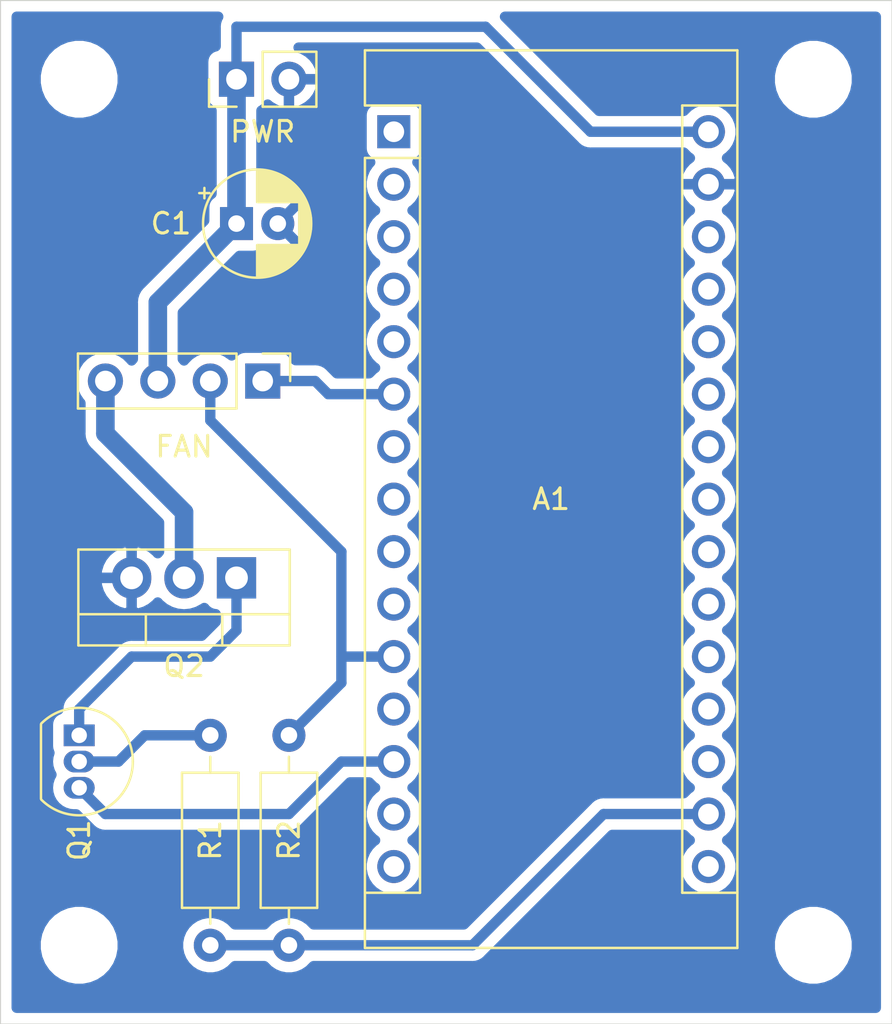
<source format=kicad_pcb>
(kicad_pcb (version 20171130) (host pcbnew 5.1.9-73d0e3b20d~88~ubuntu20.04.1)

  (general
    (thickness 1.6)
    (drawings 4)
    (tracks 35)
    (zones 0)
    (modules 12)
    (nets 34)
  )

  (page A4)
  (layers
    (0 F.Cu signal)
    (31 B.Cu signal)
    (32 B.Adhes user)
    (33 F.Adhes user)
    (34 B.Paste user)
    (35 F.Paste user)
    (36 B.SilkS user)
    (37 F.SilkS user)
    (38 B.Mask user)
    (39 F.Mask user)
    (40 Dwgs.User user)
    (41 Cmts.User user)
    (42 Eco1.User user)
    (43 Eco2.User user)
    (44 Edge.Cuts user)
    (45 Margin user)
    (46 B.CrtYd user)
    (47 F.CrtYd user)
    (48 B.Fab user)
    (49 F.Fab user)
  )

  (setup
    (last_trace_width 0.25)
    (user_trace_width 0.5)
    (user_trace_width 0.9)
    (trace_clearance 0.2)
    (zone_clearance 0.508)
    (zone_45_only no)
    (trace_min 0.25)
    (via_size 0.8)
    (via_drill 0.4)
    (via_min_size 0.4)
    (via_min_drill 0.3)
    (uvia_size 0.3)
    (uvia_drill 0.1)
    (uvias_allowed no)
    (uvia_min_size 0.2)
    (uvia_min_drill 0.1)
    (edge_width 0.05)
    (segment_width 0.2)
    (pcb_text_width 0.3)
    (pcb_text_size 1.5 1.5)
    (mod_edge_width 0.12)
    (mod_text_size 1 1)
    (mod_text_width 0.15)
    (pad_size 5 5)
    (pad_drill 2.5)
    (pad_to_mask_clearance 0)
    (aux_axis_origin 0 0)
    (visible_elements FFFFFF7F)
    (pcbplotparams
      (layerselection 0x010fc_ffffffff)
      (usegerberextensions false)
      (usegerberattributes true)
      (usegerberadvancedattributes true)
      (creategerberjobfile true)
      (excludeedgelayer true)
      (linewidth 0.100000)
      (plotframeref false)
      (viasonmask false)
      (mode 1)
      (useauxorigin false)
      (hpglpennumber 1)
      (hpglpenspeed 20)
      (hpglpendiameter 15.000000)
      (psnegative false)
      (psa4output false)
      (plotreference true)
      (plotvalue true)
      (plotinvisibletext false)
      (padsonsilk false)
      (subtractmaskfromsilk false)
      (outputformat 1)
      (mirror false)
      (drillshape 1)
      (scaleselection 1)
      (outputdirectory ""))
  )

  (net 0 "")
  (net 1 "Net-(A1-Pad1)")
  (net 2 +3V3)
  (net 3 "Net-(A1-Pad2)")
  (net 4 "Net-(A1-Pad18)")
  (net 5 "Net-(A1-Pad3)")
  (net 6 "Net-(A1-Pad19)")
  (net 7 "Net-(A1-Pad4)")
  (net 8 "Net-(A1-Pad20)")
  (net 9 "Net-(A1-Pad5)")
  (net 10 "Net-(A1-Pad21)")
  (net 11 /PWM)
  (net 12 "Net-(A1-Pad22)")
  (net 13 "Net-(A1-Pad7)")
  (net 14 "Net-(A1-Pad23)")
  (net 15 "Net-(A1-Pad8)")
  (net 16 "Net-(A1-Pad24)")
  (net 17 "Net-(A1-Pad9)")
  (net 18 "Net-(A1-Pad25)")
  (net 19 "Net-(A1-Pad10)")
  (net 20 "Net-(A1-Pad26)")
  (net 21 /TACH)
  (net 22 "Net-(A1-Pad27)")
  (net 23 "Net-(A1-Pad12)")
  (net 24 "Net-(A1-Pad28)")
  (net 25 "Net-(A1-Pad13)")
  (net 26 GND)
  (net 27 "Net-(A1-Pad14)")
  (net 28 +12V)
  (net 29 "Net-(A1-Pad15)")
  (net 30 "Net-(A1-Pad16)")
  (net 31 "Net-(Q1-Pad2)")
  (net 32 "Net-(Q1-Pad1)")
  (net 33 /FAN_GND)

  (net_class Default "This is the default net class."
    (clearance 0.2)
    (trace_width 0.25)
    (via_dia 0.8)
    (via_drill 0.4)
    (uvia_dia 0.3)
    (uvia_drill 0.1)
    (add_net +12V)
    (add_net +3V3)
    (add_net /FAN_GND)
    (add_net /PWM)
    (add_net /TACH)
    (add_net GND)
    (add_net "Net-(A1-Pad1)")
    (add_net "Net-(A1-Pad10)")
    (add_net "Net-(A1-Pad12)")
    (add_net "Net-(A1-Pad13)")
    (add_net "Net-(A1-Pad14)")
    (add_net "Net-(A1-Pad15)")
    (add_net "Net-(A1-Pad16)")
    (add_net "Net-(A1-Pad18)")
    (add_net "Net-(A1-Pad19)")
    (add_net "Net-(A1-Pad2)")
    (add_net "Net-(A1-Pad20)")
    (add_net "Net-(A1-Pad21)")
    (add_net "Net-(A1-Pad22)")
    (add_net "Net-(A1-Pad23)")
    (add_net "Net-(A1-Pad24)")
    (add_net "Net-(A1-Pad25)")
    (add_net "Net-(A1-Pad26)")
    (add_net "Net-(A1-Pad27)")
    (add_net "Net-(A1-Pad28)")
    (add_net "Net-(A1-Pad3)")
    (add_net "Net-(A1-Pad4)")
    (add_net "Net-(A1-Pad5)")
    (add_net "Net-(A1-Pad7)")
    (add_net "Net-(A1-Pad8)")
    (add_net "Net-(A1-Pad9)")
    (add_net "Net-(Q1-Pad1)")
    (add_net "Net-(Q1-Pad2)")
  )

  (module Connector_PinHeader_2.54mm:PinHeader_1x02_P2.54mm_Vertical (layer F.Cu) (tedit 59FED5CC) (tstamp 6063D604)
    (at 88.9 71.12 90)
    (descr "Through hole straight pin header, 1x02, 2.54mm pitch, single row")
    (tags "Through hole pin header THT 1x02 2.54mm single row")
    (path /606689C5)
    (fp_text reference PWR (at -2.54 1.27 180) (layer F.SilkS)
      (effects (font (size 1 1) (thickness 0.15)))
    )
    (fp_text value Conn_01x02_Male (at -2.54 0 180) (layer F.Fab) hide
      (effects (font (size 1 1) (thickness 0.15)))
    )
    (fp_line (start -0.635 -1.27) (end 1.27 -1.27) (layer F.Fab) (width 0.1))
    (fp_line (start 1.27 -1.27) (end 1.27 3.81) (layer F.Fab) (width 0.1))
    (fp_line (start 1.27 3.81) (end -1.27 3.81) (layer F.Fab) (width 0.1))
    (fp_line (start -1.27 3.81) (end -1.27 -0.635) (layer F.Fab) (width 0.1))
    (fp_line (start -1.27 -0.635) (end -0.635 -1.27) (layer F.Fab) (width 0.1))
    (fp_line (start -1.33 3.87) (end 1.33 3.87) (layer F.SilkS) (width 0.12))
    (fp_line (start -1.33 1.27) (end -1.33 3.87) (layer F.SilkS) (width 0.12))
    (fp_line (start 1.33 1.27) (end 1.33 3.87) (layer F.SilkS) (width 0.12))
    (fp_line (start -1.33 1.27) (end 1.33 1.27) (layer F.SilkS) (width 0.12))
    (fp_line (start -1.33 0) (end -1.33 -1.33) (layer F.SilkS) (width 0.12))
    (fp_line (start -1.33 -1.33) (end 0 -1.33) (layer F.SilkS) (width 0.12))
    (fp_line (start -1.8 -1.8) (end -1.8 4.35) (layer F.CrtYd) (width 0.05))
    (fp_line (start -1.8 4.35) (end 1.8 4.35) (layer F.CrtYd) (width 0.05))
    (fp_line (start 1.8 4.35) (end 1.8 -1.8) (layer F.CrtYd) (width 0.05))
    (fp_line (start 1.8 -1.8) (end -1.8 -1.8) (layer F.CrtYd) (width 0.05))
    (pad 1 thru_hole rect (at 0 0 90) (size 1.7 1.7) (drill 1) (layers *.Cu *.Mask)
      (net 28 +12V))
    (pad 2 thru_hole oval (at 0 2.54 90) (size 1.7 1.7) (drill 1) (layers *.Cu *.Mask)
      (net 26 GND))
    (model ${KISYS3DMOD}/Connector_PinHeader_2.54mm.3dshapes/PinHeader_1x02_P2.54mm_Vertical.wrl
      (at (xyz 0 0 0))
      (scale (xyz 1 1 1))
      (rotate (xyz 0 0 0))
    )
  )

  (module MountingHole:MountingHole_2.7mm_M2.5 (layer F.Cu) (tedit 56D1B4CB) (tstamp 6063F6DD)
    (at 116.84 113.03)
    (descr "Mounting Hole 2.7mm, no annular, M2.5")
    (tags "mounting hole 2.7mm no annular m2.5")
    (attr virtual)
    (fp_text reference REF** (at 0 -3.81) (layer F.SilkS) hide
      (effects (font (size 1 1) (thickness 0.15)))
    )
    (fp_text value MountingHole_2.7mm_M2.5 (at 0 5.08) (layer F.Fab) hide
      (effects (font (size 1 1) (thickness 0.15)))
    )
    (fp_circle (center 0 0) (end 2.95 0) (layer F.CrtYd) (width 0.05))
    (fp_circle (center 0 0) (end 2.7 0) (layer Cmts.User) (width 0.15))
    (pad 1 np_thru_hole circle (at 0 0) (size 2.7 2.7) (drill 2.7) (layers *.Cu *.Mask))
  )

  (module MountingHole:MountingHole_2.7mm_M2.5 (layer F.Cu) (tedit 56D1B4CB) (tstamp 6063EA16)
    (at 81.28 113.03)
    (descr "Mounting Hole 2.7mm, no annular, M2.5")
    (tags "mounting hole 2.7mm no annular m2.5")
    (attr virtual)
    (fp_text reference REF** (at 0 -3.81) (layer F.SilkS) hide
      (effects (font (size 1 1) (thickness 0.15)))
    )
    (fp_text value MountingHole_2.7mm_M2.5 (at 0 5.08) (layer F.Fab) hide
      (effects (font (size 1 1) (thickness 0.15)))
    )
    (fp_circle (center 0 0) (end 2.95 0) (layer F.CrtYd) (width 0.05))
    (fp_circle (center 0 0) (end 2.7 0) (layer Cmts.User) (width 0.15))
    (pad 1 np_thru_hole circle (at 0 0) (size 2.7 2.7) (drill 2.7) (layers *.Cu *.Mask))
  )

  (module MountingHole:MountingHole_2.7mm_M2.5 (layer F.Cu) (tedit 56D1B4CB) (tstamp 6063EA16)
    (at 81.28 71.12)
    (descr "Mounting Hole 2.7mm, no annular, M2.5")
    (tags "mounting hole 2.7mm no annular m2.5")
    (attr virtual)
    (fp_text reference REF** (at 0 5.08) (layer F.SilkS) hide
      (effects (font (size 1 1) (thickness 0.15)))
    )
    (fp_text value MountingHole_2.7mm_M2.5 (at 0 -5.19) (layer F.Fab) hide
      (effects (font (size 1 1) (thickness 0.15)))
    )
    (fp_circle (center 0 0) (end 2.95 0) (layer F.CrtYd) (width 0.05))
    (fp_circle (center 0 0) (end 2.7 0) (layer Cmts.User) (width 0.15))
    (pad 1 np_thru_hole circle (at 0 0) (size 2.7 2.7) (drill 2.7) (layers *.Cu *.Mask))
  )

  (module MountingHole:MountingHole_2.7mm_M2.5 (layer F.Cu) (tedit 56D1B4CB) (tstamp 6063E9AD)
    (at 116.84 71.12)
    (descr "Mounting Hole 2.7mm, no annular, M2.5")
    (tags "mounting hole 2.7mm no annular m2.5")
    (attr virtual)
    (fp_text reference REF** (at 0 5.08) (layer F.SilkS) hide
      (effects (font (size 1 1) (thickness 0.15)))
    )
    (fp_text value MountingHole_2.7mm_M2.5 (at 0 -5.19) (layer F.Fab) hide
      (effects (font (size 1 1) (thickness 0.15)))
    )
    (fp_circle (center 0 0) (end 2.95 0) (layer F.CrtYd) (width 0.05))
    (fp_circle (center 0 0) (end 2.7 0) (layer Cmts.User) (width 0.15))
    (pad 1 np_thru_hole circle (at 0 0) (size 2.7 2.7) (drill 2.7) (layers *.Cu *.Mask))
  )

  (module Resistor_THT:R_Axial_DIN0207_L6.3mm_D2.5mm_P10.16mm_Horizontal (layer F.Cu) (tedit 5AE5139B) (tstamp 6063CDC1)
    (at 87.63 113.03 90)
    (descr "Resistor, Axial_DIN0207 series, Axial, Horizontal, pin pitch=10.16mm, 0.25W = 1/4W, length*diameter=6.3*2.5mm^2, http://cdn-reichelt.de/documents/datenblatt/B400/1_4W%23YAG.pdf")
    (tags "Resistor Axial_DIN0207 series Axial Horizontal pin pitch 10.16mm 0.25W = 1/4W length 6.3mm diameter 2.5mm")
    (path /6062C06D)
    (fp_text reference R1 (at 5.08 0 90) (layer F.SilkS)
      (effects (font (size 1 1) (thickness 0.15)))
    )
    (fp_text value 10k (at 5.08 2.37 90) (layer F.Fab)
      (effects (font (size 1 1) (thickness 0.15)))
    )
    (fp_line (start 11.21 -1.5) (end -1.05 -1.5) (layer F.CrtYd) (width 0.05))
    (fp_line (start 11.21 1.5) (end 11.21 -1.5) (layer F.CrtYd) (width 0.05))
    (fp_line (start -1.05 1.5) (end 11.21 1.5) (layer F.CrtYd) (width 0.05))
    (fp_line (start -1.05 -1.5) (end -1.05 1.5) (layer F.CrtYd) (width 0.05))
    (fp_line (start 9.12 0) (end 8.35 0) (layer F.SilkS) (width 0.12))
    (fp_line (start 1.04 0) (end 1.81 0) (layer F.SilkS) (width 0.12))
    (fp_line (start 8.35 -1.37) (end 1.81 -1.37) (layer F.SilkS) (width 0.12))
    (fp_line (start 8.35 1.37) (end 8.35 -1.37) (layer F.SilkS) (width 0.12))
    (fp_line (start 1.81 1.37) (end 8.35 1.37) (layer F.SilkS) (width 0.12))
    (fp_line (start 1.81 -1.37) (end 1.81 1.37) (layer F.SilkS) (width 0.12))
    (fp_line (start 10.16 0) (end 8.23 0) (layer F.Fab) (width 0.1))
    (fp_line (start 0 0) (end 1.93 0) (layer F.Fab) (width 0.1))
    (fp_line (start 8.23 -1.25) (end 1.93 -1.25) (layer F.Fab) (width 0.1))
    (fp_line (start 8.23 1.25) (end 8.23 -1.25) (layer F.Fab) (width 0.1))
    (fp_line (start 1.93 1.25) (end 8.23 1.25) (layer F.Fab) (width 0.1))
    (fp_line (start 1.93 -1.25) (end 1.93 1.25) (layer F.Fab) (width 0.1))
    (pad 2 thru_hole oval (at 10.16 0 90) (size 1.6 1.6) (drill 0.8) (layers *.Cu *.Mask)
      (net 31 "Net-(Q1-Pad2)"))
    (pad 1 thru_hole circle (at 0 0 90) (size 1.6 1.6) (drill 0.8) (layers *.Cu *.Mask)
      (net 2 +3V3))
    (model ${KISYS3DMOD}/Resistor_THT.3dshapes/R_Axial_DIN0207_L6.3mm_D2.5mm_P10.16mm_Horizontal.wrl
      (at (xyz 0 0 0))
      (scale (xyz 1 1 1))
      (rotate (xyz 0 0 0))
    )
  )

  (module Module:Arduino_Nano (layer F.Cu) (tedit 58ACAF70) (tstamp 6062C586)
    (at 96.52 73.66)
    (descr "Arduino Nano, http://www.mouser.com/pdfdocs/Gravitech_Arduino_Nano3_0.pdf")
    (tags "Arduino Nano")
    (path /60625FF1)
    (fp_text reference A1 (at 7.62 17.78) (layer F.SilkS)
      (effects (font (size 1 1) (thickness 0.15)))
    )
    (fp_text value Arduino_Nano_v2.x (at 8.89 -2.54 180) (layer F.Fab) hide
      (effects (font (size 1 1) (thickness 0.15)))
    )
    (fp_line (start 1.27 1.27) (end 1.27 -1.27) (layer F.SilkS) (width 0.12))
    (fp_line (start 1.27 -1.27) (end -1.4 -1.27) (layer F.SilkS) (width 0.12))
    (fp_line (start -1.4 1.27) (end -1.4 39.5) (layer F.SilkS) (width 0.12))
    (fp_line (start -1.4 -3.94) (end -1.4 -1.27) (layer F.SilkS) (width 0.12))
    (fp_line (start 13.97 -1.27) (end 16.64 -1.27) (layer F.SilkS) (width 0.12))
    (fp_line (start 13.97 -1.27) (end 13.97 36.83) (layer F.SilkS) (width 0.12))
    (fp_line (start 13.97 36.83) (end 16.64 36.83) (layer F.SilkS) (width 0.12))
    (fp_line (start 1.27 1.27) (end -1.4 1.27) (layer F.SilkS) (width 0.12))
    (fp_line (start 1.27 1.27) (end 1.27 36.83) (layer F.SilkS) (width 0.12))
    (fp_line (start 1.27 36.83) (end -1.4 36.83) (layer F.SilkS) (width 0.12))
    (fp_line (start 3.81 31.75) (end 11.43 31.75) (layer F.Fab) (width 0.1))
    (fp_line (start 11.43 31.75) (end 11.43 41.91) (layer F.Fab) (width 0.1))
    (fp_line (start 11.43 41.91) (end 3.81 41.91) (layer F.Fab) (width 0.1))
    (fp_line (start 3.81 41.91) (end 3.81 31.75) (layer F.Fab) (width 0.1))
    (fp_line (start -1.4 39.5) (end 16.64 39.5) (layer F.SilkS) (width 0.12))
    (fp_line (start 16.64 39.5) (end 16.64 -3.94) (layer F.SilkS) (width 0.12))
    (fp_line (start 16.64 -3.94) (end -1.4 -3.94) (layer F.SilkS) (width 0.12))
    (fp_line (start 16.51 39.37) (end -1.27 39.37) (layer F.Fab) (width 0.1))
    (fp_line (start -1.27 39.37) (end -1.27 -2.54) (layer F.Fab) (width 0.1))
    (fp_line (start -1.27 -2.54) (end 0 -3.81) (layer F.Fab) (width 0.1))
    (fp_line (start 0 -3.81) (end 16.51 -3.81) (layer F.Fab) (width 0.1))
    (fp_line (start 16.51 -3.81) (end 16.51 39.37) (layer F.Fab) (width 0.1))
    (fp_line (start -1.53 -4.06) (end 16.75 -4.06) (layer F.CrtYd) (width 0.05))
    (fp_line (start -1.53 -4.06) (end -1.53 42.16) (layer F.CrtYd) (width 0.05))
    (fp_line (start 16.75 42.16) (end 16.75 -4.06) (layer F.CrtYd) (width 0.05))
    (fp_line (start 16.75 42.16) (end -1.53 42.16) (layer F.CrtYd) (width 0.05))
    (pad 1 thru_hole rect (at 0 0) (size 1.6 1.6) (drill 1) (layers *.Cu *.Mask)
      (net 1 "Net-(A1-Pad1)"))
    (pad 17 thru_hole oval (at 15.24 33.02) (size 1.6 1.6) (drill 1) (layers *.Cu *.Mask)
      (net 2 +3V3))
    (pad 2 thru_hole oval (at 0 2.54) (size 1.6 1.6) (drill 1) (layers *.Cu *.Mask)
      (net 3 "Net-(A1-Pad2)"))
    (pad 18 thru_hole oval (at 15.24 30.48) (size 1.6 1.6) (drill 1) (layers *.Cu *.Mask)
      (net 4 "Net-(A1-Pad18)"))
    (pad 3 thru_hole oval (at 0 5.08) (size 1.6 1.6) (drill 1) (layers *.Cu *.Mask)
      (net 5 "Net-(A1-Pad3)"))
    (pad 19 thru_hole oval (at 15.24 27.94) (size 1.6 1.6) (drill 1) (layers *.Cu *.Mask)
      (net 6 "Net-(A1-Pad19)"))
    (pad 4 thru_hole oval (at 0 7.62) (size 1.6 1.6) (drill 1) (layers *.Cu *.Mask)
      (net 7 "Net-(A1-Pad4)"))
    (pad 20 thru_hole oval (at 15.24 25.4) (size 1.6 1.6) (drill 1) (layers *.Cu *.Mask)
      (net 8 "Net-(A1-Pad20)"))
    (pad 5 thru_hole oval (at 0 10.16) (size 1.6 1.6) (drill 1) (layers *.Cu *.Mask)
      (net 9 "Net-(A1-Pad5)"))
    (pad 21 thru_hole oval (at 15.24 22.86) (size 1.6 1.6) (drill 1) (layers *.Cu *.Mask)
      (net 10 "Net-(A1-Pad21)"))
    (pad 6 thru_hole oval (at 0 12.7) (size 1.6 1.6) (drill 1) (layers *.Cu *.Mask)
      (net 11 /PWM))
    (pad 22 thru_hole oval (at 15.24 20.32) (size 1.6 1.6) (drill 1) (layers *.Cu *.Mask)
      (net 12 "Net-(A1-Pad22)"))
    (pad 7 thru_hole oval (at 0 15.24) (size 1.6 1.6) (drill 1) (layers *.Cu *.Mask)
      (net 13 "Net-(A1-Pad7)"))
    (pad 23 thru_hole oval (at 15.24 17.78) (size 1.6 1.6) (drill 1) (layers *.Cu *.Mask)
      (net 14 "Net-(A1-Pad23)"))
    (pad 8 thru_hole oval (at 0 17.78) (size 1.6 1.6) (drill 1) (layers *.Cu *.Mask)
      (net 15 "Net-(A1-Pad8)"))
    (pad 24 thru_hole oval (at 15.24 15.24) (size 1.6 1.6) (drill 1) (layers *.Cu *.Mask)
      (net 16 "Net-(A1-Pad24)"))
    (pad 9 thru_hole oval (at 0 20.32) (size 1.6 1.6) (drill 1) (layers *.Cu *.Mask)
      (net 17 "Net-(A1-Pad9)"))
    (pad 25 thru_hole oval (at 15.24 12.7) (size 1.6 1.6) (drill 1) (layers *.Cu *.Mask)
      (net 18 "Net-(A1-Pad25)"))
    (pad 10 thru_hole oval (at 0 22.86) (size 1.6 1.6) (drill 1) (layers *.Cu *.Mask)
      (net 19 "Net-(A1-Pad10)"))
    (pad 26 thru_hole oval (at 15.24 10.16) (size 1.6 1.6) (drill 1) (layers *.Cu *.Mask)
      (net 20 "Net-(A1-Pad26)"))
    (pad 11 thru_hole oval (at 0 25.4) (size 1.6 1.6) (drill 1) (layers *.Cu *.Mask)
      (net 21 /TACH))
    (pad 27 thru_hole oval (at 15.24 7.62) (size 1.6 1.6) (drill 1) (layers *.Cu *.Mask)
      (net 22 "Net-(A1-Pad27)"))
    (pad 12 thru_hole oval (at 0 27.94) (size 1.6 1.6) (drill 1) (layers *.Cu *.Mask)
      (net 23 "Net-(A1-Pad12)"))
    (pad 28 thru_hole oval (at 15.24 5.08) (size 1.6 1.6) (drill 1) (layers *.Cu *.Mask)
      (net 24 "Net-(A1-Pad28)"))
    (pad 13 thru_hole oval (at 0 30.48) (size 1.6 1.6) (drill 1) (layers *.Cu *.Mask)
      (net 25 "Net-(A1-Pad13)"))
    (pad 29 thru_hole oval (at 15.24 2.54) (size 1.6 1.6) (drill 1) (layers *.Cu *.Mask)
      (net 26 GND))
    (pad 14 thru_hole oval (at 0 33.02) (size 1.6 1.6) (drill 1) (layers *.Cu *.Mask)
      (net 27 "Net-(A1-Pad14)"))
    (pad 30 thru_hole oval (at 15.24 0) (size 1.6 1.6) (drill 1) (layers *.Cu *.Mask)
      (net 28 +12V))
    (pad 15 thru_hole oval (at 0 35.56) (size 1.6 1.6) (drill 1) (layers *.Cu *.Mask)
      (net 29 "Net-(A1-Pad15)"))
    (pad 16 thru_hole oval (at 15.24 35.56) (size 1.6 1.6) (drill 1) (layers *.Cu *.Mask)
      (net 30 "Net-(A1-Pad16)"))
    (model ${KISYS3DMOD}/Module.3dshapes/Arduino_Nano_WithMountingHoles.wrl
      (at (xyz 0 0 0))
      (scale (xyz 1 1 1))
      (rotate (xyz 0 0 0))
    )
  )

  (module Package_TO_SOT_THT:TO-92_Inline (layer F.Cu) (tedit 5A1DD157) (tstamp 6063D83E)
    (at 81.28 102.87 270)
    (descr "TO-92 leads in-line, narrow, oval pads, drill 0.75mm (see NXP sot054_po.pdf)")
    (tags "to-92 sc-43 sc-43a sot54 PA33 transistor")
    (path /6062F58E)
    (fp_text reference Q1 (at 5.08 0 90) (layer F.SilkS)
      (effects (font (size 1 1) (thickness 0.15)))
    )
    (fp_text value BC549 (at 1.27 2.79 90) (layer F.Fab)
      (effects (font (size 1 1) (thickness 0.15)))
    )
    (fp_line (start -0.53 1.85) (end 3.07 1.85) (layer F.SilkS) (width 0.12))
    (fp_line (start -0.5 1.75) (end 3 1.75) (layer F.Fab) (width 0.1))
    (fp_line (start -1.46 -2.73) (end 4 -2.73) (layer F.CrtYd) (width 0.05))
    (fp_line (start -1.46 -2.73) (end -1.46 2.01) (layer F.CrtYd) (width 0.05))
    (fp_line (start 4 2.01) (end 4 -2.73) (layer F.CrtYd) (width 0.05))
    (fp_line (start 4 2.01) (end -1.46 2.01) (layer F.CrtYd) (width 0.05))
    (fp_arc (start 1.27 0) (end 1.27 -2.48) (angle 135) (layer F.Fab) (width 0.1))
    (fp_arc (start 1.27 0) (end 1.27 -2.6) (angle -135) (layer F.SilkS) (width 0.12))
    (fp_arc (start 1.27 0) (end 1.27 -2.48) (angle -135) (layer F.Fab) (width 0.1))
    (fp_arc (start 1.27 0) (end 1.27 -2.6) (angle 135) (layer F.SilkS) (width 0.12))
    (pad 2 thru_hole oval (at 1.27 0 270) (size 1.05 1.5) (drill 0.75) (layers *.Cu *.Mask)
      (net 31 "Net-(Q1-Pad2)"))
    (pad 3 thru_hole oval (at 2.54 0 270) (size 1.05 1.5) (drill 0.75) (layers *.Cu *.Mask)
      (net 25 "Net-(A1-Pad13)"))
    (pad 1 thru_hole rect (at 0 0 270) (size 1.05 1.5) (drill 0.75) (layers *.Cu *.Mask)
      (net 32 "Net-(Q1-Pad1)"))
    (model ${KISYS3DMOD}/Package_TO_SOT_THT.3dshapes/TO-92_Inline.wrl
      (at (xyz 0 0 0))
      (scale (xyz 1 1 1))
      (rotate (xyz 0 0 0))
    )
  )

  (module Package_TO_SOT_THT:TO-220-3_Vertical (layer F.Cu) (tedit 5AC8BA0D) (tstamp 6062C5B2)
    (at 88.9 95.25 180)
    (descr "TO-220-3, Vertical, RM 2.54mm, see https://www.vishay.com/docs/66542/to-220-1.pdf")
    (tags "TO-220-3 Vertical RM 2.54mm")
    (path /60630C3B)
    (fp_text reference Q2 (at 2.54 -4.27) (layer F.SilkS)
      (effects (font (size 1 1) (thickness 0.15)))
    )
    (fp_text value IRF540N (at 2.54 2.5) (layer F.Fab)
      (effects (font (size 1 1) (thickness 0.15)))
    )
    (fp_line (start -2.46 -3.15) (end -2.46 1.25) (layer F.Fab) (width 0.1))
    (fp_line (start -2.46 1.25) (end 7.54 1.25) (layer F.Fab) (width 0.1))
    (fp_line (start 7.54 1.25) (end 7.54 -3.15) (layer F.Fab) (width 0.1))
    (fp_line (start 7.54 -3.15) (end -2.46 -3.15) (layer F.Fab) (width 0.1))
    (fp_line (start -2.46 -1.88) (end 7.54 -1.88) (layer F.Fab) (width 0.1))
    (fp_line (start 0.69 -3.15) (end 0.69 -1.88) (layer F.Fab) (width 0.1))
    (fp_line (start 4.39 -3.15) (end 4.39 -1.88) (layer F.Fab) (width 0.1))
    (fp_line (start -2.58 -3.27) (end 7.66 -3.27) (layer F.SilkS) (width 0.12))
    (fp_line (start -2.58 1.371) (end 7.66 1.371) (layer F.SilkS) (width 0.12))
    (fp_line (start -2.58 -3.27) (end -2.58 1.371) (layer F.SilkS) (width 0.12))
    (fp_line (start 7.66 -3.27) (end 7.66 1.371) (layer F.SilkS) (width 0.12))
    (fp_line (start -2.58 -1.76) (end 7.66 -1.76) (layer F.SilkS) (width 0.12))
    (fp_line (start 0.69 -3.27) (end 0.69 -1.76) (layer F.SilkS) (width 0.12))
    (fp_line (start 4.391 -3.27) (end 4.391 -1.76) (layer F.SilkS) (width 0.12))
    (fp_line (start -2.71 -3.4) (end -2.71 1.51) (layer F.CrtYd) (width 0.05))
    (fp_line (start -2.71 1.51) (end 7.79 1.51) (layer F.CrtYd) (width 0.05))
    (fp_line (start 7.79 1.51) (end 7.79 -3.4) (layer F.CrtYd) (width 0.05))
    (fp_line (start 7.79 -3.4) (end -2.71 -3.4) (layer F.CrtYd) (width 0.05))
    (fp_text user %R (at 2.54 -4.27) (layer F.Fab)
      (effects (font (size 1 1) (thickness 0.15)))
    )
    (pad 1 thru_hole rect (at 0 0 180) (size 1.905 2) (drill 1.1) (layers *.Cu *.Mask)
      (net 32 "Net-(Q1-Pad1)"))
    (pad 2 thru_hole oval (at 2.54 0 180) (size 1.905 2) (drill 1.1) (layers *.Cu *.Mask)
      (net 33 /FAN_GND))
    (pad 3 thru_hole oval (at 5.08 0 180) (size 1.905 2) (drill 1.1) (layers *.Cu *.Mask)
      (net 26 GND))
    (model ${KISYS3DMOD}/Package_TO_SOT_THT.3dshapes/TO-220-3_Vertical.wrl
      (at (xyz 0 0 0))
      (scale (xyz 1 1 1))
      (rotate (xyz 0 0 0))
    )
  )

  (module Capacitor_THT:CP_Radial_D5.0mm_P2.00mm (layer F.Cu) (tedit 5AE50EF0) (tstamp 6063D104)
    (at 88.9 78.105)
    (descr "CP, Radial series, Radial, pin pitch=2.00mm, , diameter=5mm, Electrolytic Capacitor")
    (tags "CP Radial series Radial pin pitch 2.00mm  diameter 5mm Electrolytic Capacitor")
    (path /606D3729)
    (fp_text reference C1 (at -3.175 0) (layer F.SilkS)
      (effects (font (size 1 1) (thickness 0.15)))
    )
    (fp_text value 1uF (at 1 3.75) (layer F.Fab)
      (effects (font (size 1 1) (thickness 0.15)))
    )
    (fp_circle (center 1 0) (end 3.5 0) (layer F.Fab) (width 0.1))
    (fp_circle (center 1 0) (end 3.62 0) (layer F.SilkS) (width 0.12))
    (fp_circle (center 1 0) (end 3.75 0) (layer F.CrtYd) (width 0.05))
    (fp_line (start -1.133605 -1.0875) (end -0.633605 -1.0875) (layer F.Fab) (width 0.1))
    (fp_line (start -0.883605 -1.3375) (end -0.883605 -0.8375) (layer F.Fab) (width 0.1))
    (fp_line (start 1 1.04) (end 1 2.58) (layer F.SilkS) (width 0.12))
    (fp_line (start 1 -2.58) (end 1 -1.04) (layer F.SilkS) (width 0.12))
    (fp_line (start 1.04 1.04) (end 1.04 2.58) (layer F.SilkS) (width 0.12))
    (fp_line (start 1.04 -2.58) (end 1.04 -1.04) (layer F.SilkS) (width 0.12))
    (fp_line (start 1.08 -2.579) (end 1.08 -1.04) (layer F.SilkS) (width 0.12))
    (fp_line (start 1.08 1.04) (end 1.08 2.579) (layer F.SilkS) (width 0.12))
    (fp_line (start 1.12 -2.578) (end 1.12 -1.04) (layer F.SilkS) (width 0.12))
    (fp_line (start 1.12 1.04) (end 1.12 2.578) (layer F.SilkS) (width 0.12))
    (fp_line (start 1.16 -2.576) (end 1.16 -1.04) (layer F.SilkS) (width 0.12))
    (fp_line (start 1.16 1.04) (end 1.16 2.576) (layer F.SilkS) (width 0.12))
    (fp_line (start 1.2 -2.573) (end 1.2 -1.04) (layer F.SilkS) (width 0.12))
    (fp_line (start 1.2 1.04) (end 1.2 2.573) (layer F.SilkS) (width 0.12))
    (fp_line (start 1.24 -2.569) (end 1.24 -1.04) (layer F.SilkS) (width 0.12))
    (fp_line (start 1.24 1.04) (end 1.24 2.569) (layer F.SilkS) (width 0.12))
    (fp_line (start 1.28 -2.565) (end 1.28 -1.04) (layer F.SilkS) (width 0.12))
    (fp_line (start 1.28 1.04) (end 1.28 2.565) (layer F.SilkS) (width 0.12))
    (fp_line (start 1.32 -2.561) (end 1.32 -1.04) (layer F.SilkS) (width 0.12))
    (fp_line (start 1.32 1.04) (end 1.32 2.561) (layer F.SilkS) (width 0.12))
    (fp_line (start 1.36 -2.556) (end 1.36 -1.04) (layer F.SilkS) (width 0.12))
    (fp_line (start 1.36 1.04) (end 1.36 2.556) (layer F.SilkS) (width 0.12))
    (fp_line (start 1.4 -2.55) (end 1.4 -1.04) (layer F.SilkS) (width 0.12))
    (fp_line (start 1.4 1.04) (end 1.4 2.55) (layer F.SilkS) (width 0.12))
    (fp_line (start 1.44 -2.543) (end 1.44 -1.04) (layer F.SilkS) (width 0.12))
    (fp_line (start 1.44 1.04) (end 1.44 2.543) (layer F.SilkS) (width 0.12))
    (fp_line (start 1.48 -2.536) (end 1.48 -1.04) (layer F.SilkS) (width 0.12))
    (fp_line (start 1.48 1.04) (end 1.48 2.536) (layer F.SilkS) (width 0.12))
    (fp_line (start 1.52 -2.528) (end 1.52 -1.04) (layer F.SilkS) (width 0.12))
    (fp_line (start 1.52 1.04) (end 1.52 2.528) (layer F.SilkS) (width 0.12))
    (fp_line (start 1.56 -2.52) (end 1.56 -1.04) (layer F.SilkS) (width 0.12))
    (fp_line (start 1.56 1.04) (end 1.56 2.52) (layer F.SilkS) (width 0.12))
    (fp_line (start 1.6 -2.511) (end 1.6 -1.04) (layer F.SilkS) (width 0.12))
    (fp_line (start 1.6 1.04) (end 1.6 2.511) (layer F.SilkS) (width 0.12))
    (fp_line (start 1.64 -2.501) (end 1.64 -1.04) (layer F.SilkS) (width 0.12))
    (fp_line (start 1.64 1.04) (end 1.64 2.501) (layer F.SilkS) (width 0.12))
    (fp_line (start 1.68 -2.491) (end 1.68 -1.04) (layer F.SilkS) (width 0.12))
    (fp_line (start 1.68 1.04) (end 1.68 2.491) (layer F.SilkS) (width 0.12))
    (fp_line (start 1.721 -2.48) (end 1.721 -1.04) (layer F.SilkS) (width 0.12))
    (fp_line (start 1.721 1.04) (end 1.721 2.48) (layer F.SilkS) (width 0.12))
    (fp_line (start 1.761 -2.468) (end 1.761 -1.04) (layer F.SilkS) (width 0.12))
    (fp_line (start 1.761 1.04) (end 1.761 2.468) (layer F.SilkS) (width 0.12))
    (fp_line (start 1.801 -2.455) (end 1.801 -1.04) (layer F.SilkS) (width 0.12))
    (fp_line (start 1.801 1.04) (end 1.801 2.455) (layer F.SilkS) (width 0.12))
    (fp_line (start 1.841 -2.442) (end 1.841 -1.04) (layer F.SilkS) (width 0.12))
    (fp_line (start 1.841 1.04) (end 1.841 2.442) (layer F.SilkS) (width 0.12))
    (fp_line (start 1.881 -2.428) (end 1.881 -1.04) (layer F.SilkS) (width 0.12))
    (fp_line (start 1.881 1.04) (end 1.881 2.428) (layer F.SilkS) (width 0.12))
    (fp_line (start 1.921 -2.414) (end 1.921 -1.04) (layer F.SilkS) (width 0.12))
    (fp_line (start 1.921 1.04) (end 1.921 2.414) (layer F.SilkS) (width 0.12))
    (fp_line (start 1.961 -2.398) (end 1.961 -1.04) (layer F.SilkS) (width 0.12))
    (fp_line (start 1.961 1.04) (end 1.961 2.398) (layer F.SilkS) (width 0.12))
    (fp_line (start 2.001 -2.382) (end 2.001 -1.04) (layer F.SilkS) (width 0.12))
    (fp_line (start 2.001 1.04) (end 2.001 2.382) (layer F.SilkS) (width 0.12))
    (fp_line (start 2.041 -2.365) (end 2.041 -1.04) (layer F.SilkS) (width 0.12))
    (fp_line (start 2.041 1.04) (end 2.041 2.365) (layer F.SilkS) (width 0.12))
    (fp_line (start 2.081 -2.348) (end 2.081 -1.04) (layer F.SilkS) (width 0.12))
    (fp_line (start 2.081 1.04) (end 2.081 2.348) (layer F.SilkS) (width 0.12))
    (fp_line (start 2.121 -2.329) (end 2.121 -1.04) (layer F.SilkS) (width 0.12))
    (fp_line (start 2.121 1.04) (end 2.121 2.329) (layer F.SilkS) (width 0.12))
    (fp_line (start 2.161 -2.31) (end 2.161 -1.04) (layer F.SilkS) (width 0.12))
    (fp_line (start 2.161 1.04) (end 2.161 2.31) (layer F.SilkS) (width 0.12))
    (fp_line (start 2.201 -2.29) (end 2.201 -1.04) (layer F.SilkS) (width 0.12))
    (fp_line (start 2.201 1.04) (end 2.201 2.29) (layer F.SilkS) (width 0.12))
    (fp_line (start 2.241 -2.268) (end 2.241 -1.04) (layer F.SilkS) (width 0.12))
    (fp_line (start 2.241 1.04) (end 2.241 2.268) (layer F.SilkS) (width 0.12))
    (fp_line (start 2.281 -2.247) (end 2.281 -1.04) (layer F.SilkS) (width 0.12))
    (fp_line (start 2.281 1.04) (end 2.281 2.247) (layer F.SilkS) (width 0.12))
    (fp_line (start 2.321 -2.224) (end 2.321 -1.04) (layer F.SilkS) (width 0.12))
    (fp_line (start 2.321 1.04) (end 2.321 2.224) (layer F.SilkS) (width 0.12))
    (fp_line (start 2.361 -2.2) (end 2.361 -1.04) (layer F.SilkS) (width 0.12))
    (fp_line (start 2.361 1.04) (end 2.361 2.2) (layer F.SilkS) (width 0.12))
    (fp_line (start 2.401 -2.175) (end 2.401 -1.04) (layer F.SilkS) (width 0.12))
    (fp_line (start 2.401 1.04) (end 2.401 2.175) (layer F.SilkS) (width 0.12))
    (fp_line (start 2.441 -2.149) (end 2.441 -1.04) (layer F.SilkS) (width 0.12))
    (fp_line (start 2.441 1.04) (end 2.441 2.149) (layer F.SilkS) (width 0.12))
    (fp_line (start 2.481 -2.122) (end 2.481 -1.04) (layer F.SilkS) (width 0.12))
    (fp_line (start 2.481 1.04) (end 2.481 2.122) (layer F.SilkS) (width 0.12))
    (fp_line (start 2.521 -2.095) (end 2.521 -1.04) (layer F.SilkS) (width 0.12))
    (fp_line (start 2.521 1.04) (end 2.521 2.095) (layer F.SilkS) (width 0.12))
    (fp_line (start 2.561 -2.065) (end 2.561 -1.04) (layer F.SilkS) (width 0.12))
    (fp_line (start 2.561 1.04) (end 2.561 2.065) (layer F.SilkS) (width 0.12))
    (fp_line (start 2.601 -2.035) (end 2.601 -1.04) (layer F.SilkS) (width 0.12))
    (fp_line (start 2.601 1.04) (end 2.601 2.035) (layer F.SilkS) (width 0.12))
    (fp_line (start 2.641 -2.004) (end 2.641 -1.04) (layer F.SilkS) (width 0.12))
    (fp_line (start 2.641 1.04) (end 2.641 2.004) (layer F.SilkS) (width 0.12))
    (fp_line (start 2.681 -1.971) (end 2.681 -1.04) (layer F.SilkS) (width 0.12))
    (fp_line (start 2.681 1.04) (end 2.681 1.971) (layer F.SilkS) (width 0.12))
    (fp_line (start 2.721 -1.937) (end 2.721 -1.04) (layer F.SilkS) (width 0.12))
    (fp_line (start 2.721 1.04) (end 2.721 1.937) (layer F.SilkS) (width 0.12))
    (fp_line (start 2.761 -1.901) (end 2.761 -1.04) (layer F.SilkS) (width 0.12))
    (fp_line (start 2.761 1.04) (end 2.761 1.901) (layer F.SilkS) (width 0.12))
    (fp_line (start 2.801 -1.864) (end 2.801 -1.04) (layer F.SilkS) (width 0.12))
    (fp_line (start 2.801 1.04) (end 2.801 1.864) (layer F.SilkS) (width 0.12))
    (fp_line (start 2.841 -1.826) (end 2.841 -1.04) (layer F.SilkS) (width 0.12))
    (fp_line (start 2.841 1.04) (end 2.841 1.826) (layer F.SilkS) (width 0.12))
    (fp_line (start 2.881 -1.785) (end 2.881 -1.04) (layer F.SilkS) (width 0.12))
    (fp_line (start 2.881 1.04) (end 2.881 1.785) (layer F.SilkS) (width 0.12))
    (fp_line (start 2.921 -1.743) (end 2.921 -1.04) (layer F.SilkS) (width 0.12))
    (fp_line (start 2.921 1.04) (end 2.921 1.743) (layer F.SilkS) (width 0.12))
    (fp_line (start 2.961 -1.699) (end 2.961 -1.04) (layer F.SilkS) (width 0.12))
    (fp_line (start 2.961 1.04) (end 2.961 1.699) (layer F.SilkS) (width 0.12))
    (fp_line (start 3.001 -1.653) (end 3.001 -1.04) (layer F.SilkS) (width 0.12))
    (fp_line (start 3.001 1.04) (end 3.001 1.653) (layer F.SilkS) (width 0.12))
    (fp_line (start 3.041 -1.605) (end 3.041 1.605) (layer F.SilkS) (width 0.12))
    (fp_line (start 3.081 -1.554) (end 3.081 1.554) (layer F.SilkS) (width 0.12))
    (fp_line (start 3.121 -1.5) (end 3.121 1.5) (layer F.SilkS) (width 0.12))
    (fp_line (start 3.161 -1.443) (end 3.161 1.443) (layer F.SilkS) (width 0.12))
    (fp_line (start 3.201 -1.383) (end 3.201 1.383) (layer F.SilkS) (width 0.12))
    (fp_line (start 3.241 -1.319) (end 3.241 1.319) (layer F.SilkS) (width 0.12))
    (fp_line (start 3.281 -1.251) (end 3.281 1.251) (layer F.SilkS) (width 0.12))
    (fp_line (start 3.321 -1.178) (end 3.321 1.178) (layer F.SilkS) (width 0.12))
    (fp_line (start 3.361 -1.098) (end 3.361 1.098) (layer F.SilkS) (width 0.12))
    (fp_line (start 3.401 -1.011) (end 3.401 1.011) (layer F.SilkS) (width 0.12))
    (fp_line (start 3.441 -0.915) (end 3.441 0.915) (layer F.SilkS) (width 0.12))
    (fp_line (start 3.481 -0.805) (end 3.481 0.805) (layer F.SilkS) (width 0.12))
    (fp_line (start 3.521 -0.677) (end 3.521 0.677) (layer F.SilkS) (width 0.12))
    (fp_line (start 3.561 -0.518) (end 3.561 0.518) (layer F.SilkS) (width 0.12))
    (fp_line (start 3.601 -0.284) (end 3.601 0.284) (layer F.SilkS) (width 0.12))
    (fp_line (start -1.804775 -1.475) (end -1.304775 -1.475) (layer F.SilkS) (width 0.12))
    (fp_line (start -1.554775 -1.725) (end -1.554775 -1.225) (layer F.SilkS) (width 0.12))
    (pad 1 thru_hole rect (at 0 0) (size 1.6 1.6) (drill 0.8) (layers *.Cu *.Mask)
      (net 28 +12V))
    (pad 2 thru_hole circle (at 2 0) (size 1.6 1.6) (drill 0.8) (layers *.Cu *.Mask)
      (net 26 GND))
    (model ${KISYS3DMOD}/Capacitor_THT.3dshapes/CP_Radial_D5.0mm_P2.00mm.wrl
      (at (xyz 0 0 0))
      (scale (xyz 1 1 1))
      (rotate (xyz 0 0 0))
    )
  )

  (module Connector_PinHeader_2.54mm:PinHeader_1x04_P2.54mm_Vertical (layer F.Cu) (tedit 59FED5CC) (tstamp 60640FCF)
    (at 90.17 85.725 270)
    (descr "Through hole straight pin header, 1x04, 2.54mm pitch, single row")
    (tags "Through hole pin header THT 1x04 2.54mm single row")
    (path /60666D54)
    (fp_text reference FAN (at 3.175 3.81 180) (layer F.SilkS)
      (effects (font (size 1 1) (thickness 0.15)))
    )
    (fp_text value Conn_01x04_Male (at -2.54 3.81 180) (layer F.Fab) hide
      (effects (font (size 1 1) (thickness 0.15)))
    )
    (fp_line (start -0.635 -1.27) (end 1.27 -1.27) (layer F.Fab) (width 0.1))
    (fp_line (start 1.27 -1.27) (end 1.27 8.89) (layer F.Fab) (width 0.1))
    (fp_line (start 1.27 8.89) (end -1.27 8.89) (layer F.Fab) (width 0.1))
    (fp_line (start -1.27 8.89) (end -1.27 -0.635) (layer F.Fab) (width 0.1))
    (fp_line (start -1.27 -0.635) (end -0.635 -1.27) (layer F.Fab) (width 0.1))
    (fp_line (start -1.33 8.95) (end 1.33 8.95) (layer F.SilkS) (width 0.12))
    (fp_line (start -1.33 1.27) (end -1.33 8.95) (layer F.SilkS) (width 0.12))
    (fp_line (start 1.33 1.27) (end 1.33 8.95) (layer F.SilkS) (width 0.12))
    (fp_line (start -1.33 1.27) (end 1.33 1.27) (layer F.SilkS) (width 0.12))
    (fp_line (start -1.33 0) (end -1.33 -1.33) (layer F.SilkS) (width 0.12))
    (fp_line (start -1.33 -1.33) (end 0 -1.33) (layer F.SilkS) (width 0.12))
    (fp_line (start -1.8 -1.8) (end -1.8 9.4) (layer F.CrtYd) (width 0.05))
    (fp_line (start -1.8 9.4) (end 1.8 9.4) (layer F.CrtYd) (width 0.05))
    (fp_line (start 1.8 9.4) (end 1.8 -1.8) (layer F.CrtYd) (width 0.05))
    (fp_line (start 1.8 -1.8) (end -1.8 -1.8) (layer F.CrtYd) (width 0.05))
    (pad 1 thru_hole rect (at 0 0 270) (size 1.7 1.7) (drill 1) (layers *.Cu *.Mask)
      (net 11 /PWM))
    (pad 2 thru_hole oval (at 0 2.54 270) (size 1.7 1.7) (drill 1) (layers *.Cu *.Mask)
      (net 21 /TACH))
    (pad 3 thru_hole oval (at 0 5.08 270) (size 1.7 1.7) (drill 1) (layers *.Cu *.Mask)
      (net 28 +12V))
    (pad 4 thru_hole oval (at 0 7.62 270) (size 1.7 1.7) (drill 1) (layers *.Cu *.Mask)
      (net 33 /FAN_GND))
    (model ${KISYS3DMOD}/Connector_PinHeader_2.54mm.3dshapes/PinHeader_1x04_P2.54mm_Vertical.wrl
      (at (xyz 0 0 0))
      (scale (xyz 1 1 1))
      (rotate (xyz 0 0 0))
    )
  )

  (module Resistor_THT:R_Axial_DIN0207_L6.3mm_D2.5mm_P10.16mm_Horizontal (layer F.Cu) (tedit 5AE5139B) (tstamp 6062E6A5)
    (at 91.44 113.03 90)
    (descr "Resistor, Axial_DIN0207 series, Axial, Horizontal, pin pitch=10.16mm, 0.25W = 1/4W, length*diameter=6.3*2.5mm^2, http://cdn-reichelt.de/documents/datenblatt/B400/1_4W%23YAG.pdf")
    (tags "Resistor Axial_DIN0207 series Axial Horizontal pin pitch 10.16mm 0.25W = 1/4W length 6.3mm diameter 2.5mm")
    (path /6062ABCF)
    (fp_text reference R2 (at 5.08 0 90) (layer F.SilkS)
      (effects (font (size 1 1) (thickness 0.15)))
    )
    (fp_text value 10k (at 5.08 2.37 90) (layer F.Fab)
      (effects (font (size 1 1) (thickness 0.15)))
    )
    (fp_line (start 1.93 -1.25) (end 1.93 1.25) (layer F.Fab) (width 0.1))
    (fp_line (start 1.93 1.25) (end 8.23 1.25) (layer F.Fab) (width 0.1))
    (fp_line (start 8.23 1.25) (end 8.23 -1.25) (layer F.Fab) (width 0.1))
    (fp_line (start 8.23 -1.25) (end 1.93 -1.25) (layer F.Fab) (width 0.1))
    (fp_line (start 0 0) (end 1.93 0) (layer F.Fab) (width 0.1))
    (fp_line (start 10.16 0) (end 8.23 0) (layer F.Fab) (width 0.1))
    (fp_line (start 1.81 -1.37) (end 1.81 1.37) (layer F.SilkS) (width 0.12))
    (fp_line (start 1.81 1.37) (end 8.35 1.37) (layer F.SilkS) (width 0.12))
    (fp_line (start 8.35 1.37) (end 8.35 -1.37) (layer F.SilkS) (width 0.12))
    (fp_line (start 8.35 -1.37) (end 1.81 -1.37) (layer F.SilkS) (width 0.12))
    (fp_line (start 1.04 0) (end 1.81 0) (layer F.SilkS) (width 0.12))
    (fp_line (start 9.12 0) (end 8.35 0) (layer F.SilkS) (width 0.12))
    (fp_line (start -1.05 -1.5) (end -1.05 1.5) (layer F.CrtYd) (width 0.05))
    (fp_line (start -1.05 1.5) (end 11.21 1.5) (layer F.CrtYd) (width 0.05))
    (fp_line (start 11.21 1.5) (end 11.21 -1.5) (layer F.CrtYd) (width 0.05))
    (fp_line (start 11.21 -1.5) (end -1.05 -1.5) (layer F.CrtYd) (width 0.05))
    (pad 1 thru_hole circle (at 0 0 90) (size 1.6 1.6) (drill 0.8) (layers *.Cu *.Mask)
      (net 2 +3V3))
    (pad 2 thru_hole oval (at 10.16 0 90) (size 1.6 1.6) (drill 0.8) (layers *.Cu *.Mask)
      (net 21 /TACH))
    (model ${KISYS3DMOD}/Resistor_THT.3dshapes/R_Axial_DIN0207_L6.3mm_D2.5mm_P10.16mm_Horizontal.wrl
      (at (xyz 0 0 0))
      (scale (xyz 1 1 1))
      (rotate (xyz 0 0 0))
    )
  )

  (gr_line (start 77.47 116.84) (end 77.47 67.31) (layer Edge.Cuts) (width 0.05) (tstamp 606404EF))
  (gr_line (start 120.65 116.84) (end 77.47 116.84) (layer Edge.Cuts) (width 0.05))
  (gr_line (start 120.65 67.31) (end 120.65 116.84) (layer Edge.Cuts) (width 0.05))
  (gr_line (start 77.47 67.31) (end 120.65 67.31) (layer Edge.Cuts) (width 0.05) (tstamp 60640504))

  (segment (start 87.63 113.03) (end 91.44 113.03) (width 0.5) (layer B.Cu) (net 2))
  (segment (start 91.44 113.03) (end 100.33 113.03) (width 0.5) (layer B.Cu) (net 2))
  (segment (start 106.68 106.68) (end 111.76 106.68) (width 0.5) (layer B.Cu) (net 2))
  (segment (start 100.33 113.03) (end 106.68 106.68) (width 0.5) (layer B.Cu) (net 2))
  (segment (start 96.52 86.36) (end 93.345 86.36) (width 0.5) (layer B.Cu) (net 11))
  (segment (start 92.71 85.725) (end 90.17 85.725) (width 0.5) (layer B.Cu) (net 11))
  (segment (start 93.345 86.36) (end 92.71 85.725) (width 0.5) (layer B.Cu) (net 11))
  (segment (start 93.98 100.33) (end 91.44 102.87) (width 0.5) (layer B.Cu) (net 21))
  (segment (start 96.52 99.06) (end 93.98 99.06) (width 0.5) (layer B.Cu) (net 21))
  (segment (start 93.98 99.06) (end 93.98 100.33) (width 0.5) (layer B.Cu) (net 21))
  (segment (start 87.63 85.725) (end 87.63 87.63) (width 0.5) (layer B.Cu) (net 21))
  (segment (start 93.98 93.98) (end 93.98 99.06) (width 0.5) (layer B.Cu) (net 21))
  (segment (start 87.63 87.63) (end 93.98 93.98) (width 0.5) (layer B.Cu) (net 21))
  (segment (start 96.52 104.14) (end 93.98 104.14) (width 0.5) (layer B.Cu) (net 25))
  (segment (start 93.98 104.14) (end 91.44 106.68) (width 0.5) (layer B.Cu) (net 25))
  (segment (start 82.55 106.68) (end 81.28 105.41) (width 0.5) (layer B.Cu) (net 25))
  (segment (start 91.44 106.68) (end 82.55 106.68) (width 0.5) (layer B.Cu) (net 25))
  (segment (start 85.09 81.915) (end 88.9 78.105) (width 0.9) (layer B.Cu) (net 28))
  (segment (start 85.09 85.725) (end 85.09 81.915) (width 0.9) (layer B.Cu) (net 28))
  (segment (start 88.9 78.105) (end 88.9 71.12) (width 0.9) (layer B.Cu) (net 28))
  (segment (start 111.76 73.66) (end 106.045 73.66) (width 0.5) (layer B.Cu) (net 28))
  (segment (start 106.045 73.66) (end 100.965 68.58) (width 0.5) (layer B.Cu) (net 28))
  (segment (start 88.9 68.58) (end 88.9 71.12) (width 0.5) (layer B.Cu) (net 28))
  (segment (start 100.965 68.58) (end 88.9 68.58) (width 0.5) (layer B.Cu) (net 28))
  (segment (start 87.63 102.87) (end 84.455 102.87) (width 0.5) (layer B.Cu) (net 31))
  (segment (start 83.185 104.14) (end 81.28 104.14) (width 0.5) (layer B.Cu) (net 31))
  (segment (start 84.455 102.87) (end 83.185 104.14) (width 0.5) (layer B.Cu) (net 31))
  (segment (start 88.9 95.25) (end 88.9 97.79) (width 0.5) (layer B.Cu) (net 32))
  (segment (start 88.9 97.79) (end 87.63 99.06) (width 0.5) (layer B.Cu) (net 32))
  (segment (start 87.63 99.06) (end 83.82 99.06) (width 0.5) (layer B.Cu) (net 32))
  (segment (start 81.28 101.6) (end 81.28 102.87) (width 0.5) (layer B.Cu) (net 32))
  (segment (start 83.82 99.06) (end 81.28 101.6) (width 0.5) (layer B.Cu) (net 32))
  (segment (start 82.55 85.725) (end 82.55 88.265) (width 0.9) (layer B.Cu) (net 33))
  (segment (start 86.36 92.075) (end 86.36 95.25) (width 0.9) (layer B.Cu) (net 33))
  (segment (start 82.55 88.265) (end 86.36 92.075) (width 0.9) (layer B.Cu) (net 33))

  (zone (net 26) (net_name GND) (layer B.Cu) (tstamp 6064162B) (hatch edge 0.508)
    (connect_pads (clearance 0.508))
    (min_thickness 0.5)
    (fill yes (arc_segments 32) (thermal_gap 0.508) (thermal_bridge_width 0.508))
    (polygon
      (pts
        (xy 120.65 116.84) (xy 77.47 116.84) (xy 77.47 67.31) (xy 120.65 67.31)
      )
    )
    (filled_polygon
      (pts
        (xy 87.964224 68.192389) (xy 87.906585 68.382397) (xy 87.887123 68.58) (xy 87.892 68.629518) (xy 87.892 69.525821)
        (xy 87.758523 69.566311) (xy 87.62684 69.636697) (xy 87.51142 69.73142) (xy 87.416697 69.84684) (xy 87.346311 69.978523)
        (xy 87.302968 70.121406) (xy 87.288333 70.27) (xy 87.288333 71.97) (xy 87.302968 72.118594) (xy 87.346311 72.261477)
        (xy 87.416697 72.39316) (xy 87.51142 72.50858) (xy 87.62684 72.603303) (xy 87.692001 72.638132) (xy 87.692 76.663594)
        (xy 87.67684 76.671697) (xy 87.56142 76.76642) (xy 87.466697 76.88184) (xy 87.396311 77.013523) (xy 87.352968 77.156406)
        (xy 87.338333 77.305) (xy 87.338333 77.958297) (xy 84.27777 81.018861) (xy 84.231684 81.056683) (xy 84.193862 81.102769)
        (xy 84.19386 81.102771) (xy 84.080726 81.240625) (xy 83.968555 81.450482) (xy 83.89948 81.678192) (xy 83.876157 81.915)
        (xy 83.882001 81.974336) (xy 83.882 84.658945) (xy 83.840985 84.69996) (xy 83.82 84.731366) (xy 83.799015 84.69996)
        (xy 83.57504 84.475985) (xy 83.311673 84.300009) (xy 83.019036 84.178795) (xy 82.708374 84.117) (xy 82.391626 84.117)
        (xy 82.080964 84.178795) (xy 81.788327 84.300009) (xy 81.52496 84.475985) (xy 81.300985 84.69996) (xy 81.125009 84.963327)
        (xy 81.003795 85.255964) (xy 80.942 85.566626) (xy 80.942 85.883374) (xy 81.003795 86.194036) (xy 81.125009 86.486673)
        (xy 81.300985 86.75004) (xy 81.342 86.791055) (xy 81.342001 88.205664) (xy 81.336157 88.265) (xy 81.35948 88.501808)
        (xy 81.396369 88.623415) (xy 81.428555 88.729518) (xy 81.540727 88.939376) (xy 81.691684 89.123317) (xy 81.73777 89.161139)
        (xy 85.152 92.57537) (xy 85.152001 93.981103) (xy 85.144642 93.987142) (xy 85.084556 94.060357) (xy 85.026677 93.990166)
        (xy 84.766976 93.77805) (xy 84.470884 93.620675) (xy 84.149779 93.524088) (xy 84.091531 93.51369) (xy 83.824 93.681505)
        (xy 83.824 95.246) (xy 83.844 95.246) (xy 83.844 95.254) (xy 83.824 95.254) (xy 83.824 96.818495)
        (xy 84.091531 96.98631) (xy 84.149779 96.975912) (xy 84.470884 96.879325) (xy 84.766976 96.72195) (xy 85.026677 96.509834)
        (xy 85.084556 96.439643) (xy 85.144642 96.512858) (xy 85.405099 96.72661) (xy 85.702253 96.885442) (xy 86.024683 96.98325)
        (xy 86.36 97.016276) (xy 86.695316 96.98325) (xy 87.017746 96.885442) (xy 87.3149 96.72661) (xy 87.340691 96.705444)
        (xy 87.40892 96.78858) (xy 87.52434 96.883303) (xy 87.656023 96.953689) (xy 87.798906 96.997032) (xy 87.892001 97.006201)
        (xy 87.892001 97.372472) (xy 87.212473 98.052) (xy 83.869504 98.052) (xy 83.819999 98.047124) (xy 83.770494 98.052)
        (xy 83.770482 98.052) (xy 83.622397 98.066585) (xy 83.432389 98.124224) (xy 83.350875 98.167794) (xy 83.257275 98.217824)
        (xy 83.14225 98.312223) (xy 83.103788 98.343788) (xy 83.072224 98.382249) (xy 80.602249 100.852224) (xy 80.563788 100.883788)
        (xy 80.437824 101.037276) (xy 80.344224 101.21239) (xy 80.286585 101.402398) (xy 80.272 101.550483) (xy 80.272 101.550493)
        (xy 80.267124 101.6) (xy 80.270245 101.631688) (xy 80.238523 101.641311) (xy 80.10684 101.711697) (xy 79.99142 101.80642)
        (xy 79.896697 101.92184) (xy 79.826311 102.053523) (xy 79.782968 102.196406) (xy 79.768333 102.345) (xy 79.768333 103.395)
        (xy 79.782968 103.543594) (xy 79.826311 103.686477) (xy 79.8426 103.716951) (xy 79.790565 103.888488) (xy 79.765793 104.14)
        (xy 79.790565 104.391512) (xy 79.863928 104.633358) (xy 79.939637 104.775) (xy 79.863928 104.916642) (xy 79.790565 105.158488)
        (xy 79.765793 105.41) (xy 79.790565 105.661512) (xy 79.863928 105.903358) (xy 79.983064 106.126245) (xy 80.143393 106.321607)
        (xy 80.338755 106.481936) (xy 80.561642 106.601072) (xy 80.803488 106.674435) (xy 80.99198 106.693) (xy 81.137473 106.693)
        (xy 81.802223 107.35775) (xy 81.833788 107.396212) (xy 81.872249 107.427776) (xy 81.87225 107.427777) (xy 81.987275 107.522176)
        (xy 82.080875 107.572206) (xy 82.162389 107.615776) (xy 82.352397 107.673415) (xy 82.500482 107.688) (xy 82.500492 107.688)
        (xy 82.549999 107.692876) (xy 82.599506 107.688) (xy 91.390493 107.688) (xy 91.44 107.692876) (xy 91.489507 107.688)
        (xy 91.489518 107.688) (xy 91.637603 107.673415) (xy 91.827611 107.615776) (xy 92.002724 107.522176) (xy 92.156212 107.396212)
        (xy 92.187777 107.35775) (xy 94.397527 105.148) (xy 95.324656 105.148) (xy 95.526833 105.350177) (xy 95.616364 105.41)
        (xy 95.526833 105.469823) (xy 95.309823 105.686833) (xy 95.139319 105.94201) (xy 95.021874 106.225548) (xy 94.962 106.52655)
        (xy 94.962 106.83345) (xy 95.021874 107.134452) (xy 95.139319 107.41799) (xy 95.309823 107.673167) (xy 95.526833 107.890177)
        (xy 95.616364 107.95) (xy 95.526833 108.009823) (xy 95.309823 108.226833) (xy 95.139319 108.48201) (xy 95.021874 108.765548)
        (xy 94.962 109.06655) (xy 94.962 109.37345) (xy 95.021874 109.674452) (xy 95.139319 109.95799) (xy 95.309823 110.213167)
        (xy 95.526833 110.430177) (xy 95.78201 110.600681) (xy 96.065548 110.718126) (xy 96.36655 110.778) (xy 96.67345 110.778)
        (xy 96.974452 110.718126) (xy 97.25799 110.600681) (xy 97.513167 110.430177) (xy 97.730177 110.213167) (xy 97.900681 109.95799)
        (xy 98.018126 109.674452) (xy 98.078 109.37345) (xy 98.078 109.06655) (xy 98.018126 108.765548) (xy 97.900681 108.48201)
        (xy 97.730177 108.226833) (xy 97.513167 108.009823) (xy 97.423636 107.95) (xy 97.513167 107.890177) (xy 97.730177 107.673167)
        (xy 97.900681 107.41799) (xy 98.018126 107.134452) (xy 98.078 106.83345) (xy 98.078 106.52655) (xy 98.018126 106.225548)
        (xy 97.900681 105.94201) (xy 97.730177 105.686833) (xy 97.513167 105.469823) (xy 97.423636 105.41) (xy 97.513167 105.350177)
        (xy 97.730177 105.133167) (xy 97.900681 104.87799) (xy 98.018126 104.594452) (xy 98.078 104.29345) (xy 98.078 103.98655)
        (xy 98.018126 103.685548) (xy 97.900681 103.40201) (xy 97.730177 103.146833) (xy 97.513167 102.929823) (xy 97.423636 102.87)
        (xy 97.513167 102.810177) (xy 97.730177 102.593167) (xy 97.900681 102.33799) (xy 98.018126 102.054452) (xy 98.078 101.75345)
        (xy 98.078 101.44655) (xy 98.018126 101.145548) (xy 97.900681 100.86201) (xy 97.730177 100.606833) (xy 97.513167 100.389823)
        (xy 97.423636 100.33) (xy 97.513167 100.270177) (xy 97.730177 100.053167) (xy 97.900681 99.79799) (xy 98.018126 99.514452)
        (xy 98.078 99.21345) (xy 98.078 98.90655) (xy 98.018126 98.605548) (xy 97.900681 98.32201) (xy 97.730177 98.066833)
        (xy 97.513167 97.849823) (xy 97.423636 97.79) (xy 97.513167 97.730177) (xy 97.730177 97.513167) (xy 97.900681 97.25799)
        (xy 98.018126 96.974452) (xy 98.078 96.67345) (xy 98.078 96.36655) (xy 98.018126 96.065548) (xy 97.900681 95.78201)
        (xy 97.730177 95.526833) (xy 97.513167 95.309823) (xy 97.423636 95.25) (xy 97.513167 95.190177) (xy 97.730177 94.973167)
        (xy 97.900681 94.71799) (xy 98.018126 94.434452) (xy 98.078 94.13345) (xy 98.078 93.82655) (xy 98.018126 93.525548)
        (xy 97.900681 93.24201) (xy 97.730177 92.986833) (xy 97.513167 92.769823) (xy 97.423636 92.71) (xy 97.513167 92.650177)
        (xy 97.730177 92.433167) (xy 97.900681 92.17799) (xy 98.018126 91.894452) (xy 98.078 91.59345) (xy 98.078 91.28655)
        (xy 98.018126 90.985548) (xy 97.900681 90.70201) (xy 97.730177 90.446833) (xy 97.513167 90.229823) (xy 97.423636 90.17)
        (xy 97.513167 90.110177) (xy 97.730177 89.893167) (xy 97.900681 89.63799) (xy 98.018126 89.354452) (xy 98.078 89.05345)
        (xy 98.078 88.74655) (xy 98.018126 88.445548) (xy 97.900681 88.16201) (xy 97.730177 87.906833) (xy 97.513167 87.689823)
        (xy 97.423636 87.63) (xy 97.513167 87.570177) (xy 97.730177 87.353167) (xy 97.900681 87.09799) (xy 98.018126 86.814452)
        (xy 98.078 86.51345) (xy 98.078 86.20655) (xy 98.018126 85.905548) (xy 97.900681 85.62201) (xy 97.730177 85.366833)
        (xy 97.513167 85.149823) (xy 97.423636 85.09) (xy 97.513167 85.030177) (xy 97.730177 84.813167) (xy 97.900681 84.55799)
        (xy 98.018126 84.274452) (xy 98.078 83.97345) (xy 98.078 83.66655) (xy 98.018126 83.365548) (xy 97.900681 83.08201)
        (xy 97.730177 82.826833) (xy 97.513167 82.609823) (xy 97.423636 82.55) (xy 97.513167 82.490177) (xy 97.730177 82.273167)
        (xy 97.900681 82.01799) (xy 98.018126 81.734452) (xy 98.078 81.43345) (xy 98.078 81.12655) (xy 98.018126 80.825548)
        (xy 97.900681 80.54201) (xy 97.730177 80.286833) (xy 97.513167 80.069823) (xy 97.423636 80.01) (xy 97.513167 79.950177)
        (xy 97.730177 79.733167) (xy 97.900681 79.47799) (xy 98.018126 79.194452) (xy 98.078 78.89345) (xy 98.078 78.58655)
        (xy 98.018126 78.285548) (xy 97.900681 78.00201) (xy 97.730177 77.746833) (xy 97.513167 77.529823) (xy 97.423636 77.47)
        (xy 97.513167 77.410177) (xy 97.730177 77.193167) (xy 97.900681 76.93799) (xy 98.018126 76.654452) (xy 98.078 76.35345)
        (xy 98.078 76.04655) (xy 98.018126 75.745548) (xy 97.900681 75.46201) (xy 97.730177 75.206833) (xy 97.660715 75.137371)
        (xy 97.74316 75.093303) (xy 97.85858 74.99858) (xy 97.953303 74.88316) (xy 98.023689 74.751477) (xy 98.067032 74.608594)
        (xy 98.081667 74.46) (xy 98.081667 72.86) (xy 98.067032 72.711406) (xy 98.023689 72.568523) (xy 97.953303 72.43684)
        (xy 97.85858 72.32142) (xy 97.74316 72.226697) (xy 97.611477 72.156311) (xy 97.468594 72.112968) (xy 97.32 72.098333)
        (xy 95.72 72.098333) (xy 95.571406 72.112968) (xy 95.428523 72.156311) (xy 95.29684 72.226697) (xy 95.18142 72.32142)
        (xy 95.086697 72.43684) (xy 95.016311 72.568523) (xy 94.972968 72.711406) (xy 94.958333 72.86) (xy 94.958333 74.46)
        (xy 94.972968 74.608594) (xy 95.016311 74.751477) (xy 95.086697 74.88316) (xy 95.18142 74.99858) (xy 95.29684 75.093303)
        (xy 95.379285 75.137371) (xy 95.309823 75.206833) (xy 95.139319 75.46201) (xy 95.021874 75.745548) (xy 94.962 76.04655)
        (xy 94.962 76.35345) (xy 95.021874 76.654452) (xy 95.139319 76.93799) (xy 95.309823 77.193167) (xy 95.526833 77.410177)
        (xy 95.616364 77.47) (xy 95.526833 77.529823) (xy 95.309823 77.746833) (xy 95.139319 78.00201) (xy 95.021874 78.285548)
        (xy 94.962 78.58655) (xy 94.962 78.89345) (xy 95.021874 79.194452) (xy 95.139319 79.47799) (xy 95.309823 79.733167)
        (xy 95.526833 79.950177) (xy 95.616364 80.01) (xy 95.526833 80.069823) (xy 95.309823 80.286833) (xy 95.139319 80.54201)
        (xy 95.021874 80.825548) (xy 94.962 81.12655) (xy 94.962 81.43345) (xy 95.021874 81.734452) (xy 95.139319 82.01799)
        (xy 95.309823 82.273167) (xy 95.526833 82.490177) (xy 95.616364 82.55) (xy 95.526833 82.609823) (xy 95.309823 82.826833)
        (xy 95.139319 83.08201) (xy 95.021874 83.365548) (xy 94.962 83.66655) (xy 94.962 83.97345) (xy 95.021874 84.274452)
        (xy 95.139319 84.55799) (xy 95.309823 84.813167) (xy 95.526833 85.030177) (xy 95.616364 85.09) (xy 95.526833 85.149823)
        (xy 95.324656 85.352) (xy 93.762526 85.352) (xy 93.457777 85.04725) (xy 93.426212 85.008788) (xy 93.370818 84.963327)
        (xy 93.272724 84.882824) (xy 93.233529 84.861874) (xy 93.097611 84.789224) (xy 92.907603 84.731585) (xy 92.759518 84.717)
        (xy 92.759507 84.717) (xy 92.71 84.712124) (xy 92.660493 84.717) (xy 91.764179 84.717) (xy 91.723689 84.583523)
        (xy 91.653303 84.45184) (xy 91.55858 84.33642) (xy 91.44316 84.241697) (xy 91.311477 84.171311) (xy 91.168594 84.127968)
        (xy 91.02 84.113333) (xy 89.32 84.113333) (xy 89.171406 84.127968) (xy 89.028523 84.171311) (xy 88.89684 84.241697)
        (xy 88.78142 84.33642) (xy 88.686697 84.45184) (xy 88.66726 84.488205) (xy 88.65504 84.475985) (xy 88.391673 84.300009)
        (xy 88.099036 84.178795) (xy 87.788374 84.117) (xy 87.471626 84.117) (xy 87.160964 84.178795) (xy 86.868327 84.300009)
        (xy 86.60496 84.475985) (xy 86.380985 84.69996) (xy 86.36 84.731366) (xy 86.339015 84.69996) (xy 86.298 84.658945)
        (xy 86.298 82.415369) (xy 89.046703 79.666667) (xy 89.7 79.666667) (xy 89.848594 79.652032) (xy 89.991477 79.608689)
        (xy 90.12316 79.538303) (xy 90.182135 79.489903) (xy 90.248207 79.528402) (xy 90.538423 79.628211) (xy 90.842534 79.669483)
        (xy 91.148854 79.650633) (xy 91.445611 79.572385) (xy 91.721399 79.437746) (xy 91.816961 79.373894) (xy 91.870173 79.08083)
        (xy 90.9 78.110657) (xy 90.885858 78.124799) (xy 90.880201 78.119142) (xy 90.894343 78.105) (xy 90.905657 78.105)
        (xy 91.87583 79.075173) (xy 92.168894 79.021961) (xy 92.323402 78.756793) (xy 92.423211 78.466577) (xy 92.464483 78.162466)
        (xy 92.445633 77.856146) (xy 92.367385 77.559389) (xy 92.232746 77.283601) (xy 92.168894 77.188039) (xy 91.87583 77.134827)
        (xy 90.905657 78.105) (xy 90.894343 78.105) (xy 90.880201 78.090858) (xy 90.885858 78.085201) (xy 90.9 78.099343)
        (xy 91.870173 77.12917) (xy 91.816961 76.836106) (xy 91.551793 76.681598) (xy 91.261577 76.581789) (xy 90.957466 76.540517)
        (xy 90.651146 76.559367) (xy 90.354389 76.637615) (xy 90.183367 76.721108) (xy 90.12316 76.671697) (xy 90.108 76.663594)
        (xy 90.108 72.638132) (xy 90.17316 72.603303) (xy 90.28858 72.50858) (xy 90.383303 72.39316) (xy 90.409218 72.344676)
        (xy 90.498081 72.423247) (xy 90.770431 72.581965) (xy 91.068512 72.6845) (xy 91.184503 72.707572) (xy 91.436 72.538494)
        (xy 91.436 71.124) (xy 91.444 71.124) (xy 91.444 72.538494) (xy 91.695497 72.707572) (xy 91.811488 72.6845)
        (xy 92.109569 72.581965) (xy 92.381919 72.423247) (xy 92.618071 72.214446) (xy 92.80895 71.963586) (xy 92.947222 71.680308)
        (xy 93.027572 71.375497) (xy 92.858495 71.124) (xy 91.444 71.124) (xy 91.436 71.124) (xy 91.416 71.124)
        (xy 91.416 71.116) (xy 91.436 71.116) (xy 91.436 71.096) (xy 91.444 71.096) (xy 91.444 71.116)
        (xy 92.858495 71.116) (xy 93.027572 70.864503) (xy 92.947222 70.559692) (xy 92.80895 70.276414) (xy 92.618071 70.025554)
        (xy 92.381919 69.816753) (xy 92.109569 69.658035) (xy 91.905969 69.588) (xy 100.547473 69.588) (xy 105.297228 74.337756)
        (xy 105.328788 74.376212) (xy 105.367244 74.407772) (xy 105.36725 74.407778) (xy 105.430884 74.46) (xy 105.482276 74.502176)
        (xy 105.657389 74.595776) (xy 105.847397 74.653415) (xy 105.995482 74.668) (xy 105.995493 74.668) (xy 106.045 74.672876)
        (xy 106.094507 74.668) (xy 110.564656 74.668) (xy 110.766833 74.870177) (xy 110.862845 74.93433) (xy 110.699494 75.058645)
        (xy 110.497204 75.28747) (xy 110.343442 75.551363) (xy 110.244118 75.840183) (xy 110.221812 75.952325) (xy 110.391506 76.196)
        (xy 111.756 76.196) (xy 111.756 76.176) (xy 111.764 76.176) (xy 111.764 76.196) (xy 113.128494 76.196)
        (xy 113.298188 75.952325) (xy 113.275882 75.840183) (xy 113.176558 75.551363) (xy 113.022796 75.28747) (xy 112.820506 75.058645)
        (xy 112.657155 74.93433) (xy 112.753167 74.870177) (xy 112.970177 74.653167) (xy 113.140681 74.39799) (xy 113.258126 74.114452)
        (xy 113.318 73.81345) (xy 113.318 73.50655) (xy 113.258126 73.205548) (xy 113.140681 72.92201) (xy 112.970177 72.666833)
        (xy 112.753167 72.449823) (xy 112.49799 72.279319) (xy 112.214452 72.161874) (xy 111.91345 72.102) (xy 111.60655 72.102)
        (xy 111.305548 72.161874) (xy 111.02201 72.279319) (xy 110.766833 72.449823) (xy 110.564656 72.652) (xy 106.462528 72.652)
        (xy 104.722908 70.91238) (xy 114.732 70.91238) (xy 114.732 71.32762) (xy 114.813009 71.734881) (xy 114.971914 72.118513)
        (xy 115.202609 72.463772) (xy 115.496228 72.757391) (xy 115.841487 72.988086) (xy 116.225119 73.146991) (xy 116.63238 73.228)
        (xy 117.04762 73.228) (xy 117.454881 73.146991) (xy 117.838513 72.988086) (xy 118.183772 72.757391) (xy 118.477391 72.463772)
        (xy 118.708086 72.118513) (xy 118.866991 71.734881) (xy 118.948 71.32762) (xy 118.948 70.91238) (xy 118.866991 70.505119)
        (xy 118.708086 70.121487) (xy 118.477391 69.776228) (xy 118.183772 69.482609) (xy 117.838513 69.251914) (xy 117.454881 69.093009)
        (xy 117.04762 69.012) (xy 116.63238 69.012) (xy 116.225119 69.093009) (xy 115.841487 69.251914) (xy 115.496228 69.482609)
        (xy 115.202609 69.776228) (xy 114.971914 70.121487) (xy 114.813009 70.505119) (xy 114.732 70.91238) (xy 104.722908 70.91238)
        (xy 101.903527 68.093) (xy 119.867 68.093) (xy 119.867001 116.057) (xy 78.253 116.057) (xy 78.253 112.82238)
        (xy 79.172 112.82238) (xy 79.172 113.23762) (xy 79.253009 113.644881) (xy 79.411914 114.028513) (xy 79.642609 114.373772)
        (xy 79.936228 114.667391) (xy 80.281487 114.898086) (xy 80.665119 115.056991) (xy 81.07238 115.138) (xy 81.48762 115.138)
        (xy 81.894881 115.056991) (xy 82.278513 114.898086) (xy 82.623772 114.667391) (xy 82.917391 114.373772) (xy 83.148086 114.028513)
        (xy 83.306991 113.644881) (xy 83.388 113.23762) (xy 83.388 112.87655) (xy 86.072 112.87655) (xy 86.072 113.18345)
        (xy 86.131874 113.484452) (xy 86.249319 113.76799) (xy 86.419823 114.023167) (xy 86.636833 114.240177) (xy 86.89201 114.410681)
        (xy 87.175548 114.528126) (xy 87.47655 114.588) (xy 87.78345 114.588) (xy 88.084452 114.528126) (xy 88.36799 114.410681)
        (xy 88.623167 114.240177) (xy 88.825344 114.038) (xy 90.244656 114.038) (xy 90.446833 114.240177) (xy 90.70201 114.410681)
        (xy 90.985548 114.528126) (xy 91.28655 114.588) (xy 91.59345 114.588) (xy 91.894452 114.528126) (xy 92.17799 114.410681)
        (xy 92.433167 114.240177) (xy 92.635344 114.038) (xy 100.280493 114.038) (xy 100.33 114.042876) (xy 100.379507 114.038)
        (xy 100.379518 114.038) (xy 100.527603 114.023415) (xy 100.717611 113.965776) (xy 100.892724 113.872176) (xy 101.046212 113.746212)
        (xy 101.077776 113.707751) (xy 101.963147 112.82238) (xy 114.732 112.82238) (xy 114.732 113.23762) (xy 114.813009 113.644881)
        (xy 114.971914 114.028513) (xy 115.202609 114.373772) (xy 115.496228 114.667391) (xy 115.841487 114.898086) (xy 116.225119 115.056991)
        (xy 116.63238 115.138) (xy 117.04762 115.138) (xy 117.454881 115.056991) (xy 117.838513 114.898086) (xy 118.183772 114.667391)
        (xy 118.477391 114.373772) (xy 118.708086 114.028513) (xy 118.866991 113.644881) (xy 118.948 113.23762) (xy 118.948 112.82238)
        (xy 118.866991 112.415119) (xy 118.708086 112.031487) (xy 118.477391 111.686228) (xy 118.183772 111.392609) (xy 117.838513 111.161914)
        (xy 117.454881 111.003009) (xy 117.04762 110.922) (xy 116.63238 110.922) (xy 116.225119 111.003009) (xy 115.841487 111.161914)
        (xy 115.496228 111.392609) (xy 115.202609 111.686228) (xy 114.971914 112.031487) (xy 114.813009 112.415119) (xy 114.732 112.82238)
        (xy 101.963147 112.82238) (xy 107.097528 107.688) (xy 110.564656 107.688) (xy 110.766833 107.890177) (xy 110.856364 107.95)
        (xy 110.766833 108.009823) (xy 110.549823 108.226833) (xy 110.379319 108.48201) (xy 110.261874 108.765548) (xy 110.202 109.06655)
        (xy 110.202 109.37345) (xy 110.261874 109.674452) (xy 110.379319 109.95799) (xy 110.549823 110.213167) (xy 110.766833 110.430177)
        (xy 111.02201 110.600681) (xy 111.305548 110.718126) (xy 111.60655 110.778) (xy 111.91345 110.778) (xy 112.214452 110.718126)
        (xy 112.49799 110.600681) (xy 112.753167 110.430177) (xy 112.970177 110.213167) (xy 113.140681 109.95799) (xy 113.258126 109.674452)
        (xy 113.318 109.37345) (xy 113.318 109.06655) (xy 113.258126 108.765548) (xy 113.140681 108.48201) (xy 112.970177 108.226833)
        (xy 112.753167 108.009823) (xy 112.663636 107.95) (xy 112.753167 107.890177) (xy 112.970177 107.673167) (xy 113.140681 107.41799)
        (xy 113.258126 107.134452) (xy 113.318 106.83345) (xy 113.318 106.52655) (xy 113.258126 106.225548) (xy 113.140681 105.94201)
        (xy 112.970177 105.686833) (xy 112.753167 105.469823) (xy 112.663636 105.41) (xy 112.753167 105.350177) (xy 112.970177 105.133167)
        (xy 113.140681 104.87799) (xy 113.258126 104.594452) (xy 113.318 104.29345) (xy 113.318 103.98655) (xy 113.258126 103.685548)
        (xy 113.140681 103.40201) (xy 112.970177 103.146833) (xy 112.753167 102.929823) (xy 112.663636 102.87) (xy 112.753167 102.810177)
        (xy 112.970177 102.593167) (xy 113.140681 102.33799) (xy 113.258126 102.054452) (xy 113.318 101.75345) (xy 113.318 101.44655)
        (xy 113.258126 101.145548) (xy 113.140681 100.86201) (xy 112.970177 100.606833) (xy 112.753167 100.389823) (xy 112.663636 100.33)
        (xy 112.753167 100.270177) (xy 112.970177 100.053167) (xy 113.140681 99.79799) (xy 113.258126 99.514452) (xy 113.318 99.21345)
        (xy 113.318 98.90655) (xy 113.258126 98.605548) (xy 113.140681 98.32201) (xy 112.970177 98.066833) (xy 112.753167 97.849823)
        (xy 112.663636 97.79) (xy 112.753167 97.730177) (xy 112.970177 97.513167) (xy 113.140681 97.25799) (xy 113.258126 96.974452)
        (xy 113.318 96.67345) (xy 113.318 96.36655) (xy 113.258126 96.065548) (xy 113.140681 95.78201) (xy 112.970177 95.526833)
        (xy 112.753167 95.309823) (xy 112.663636 95.25) (xy 112.753167 95.190177) (xy 112.970177 94.973167) (xy 113.140681 94.71799)
        (xy 113.258126 94.434452) (xy 113.318 94.13345) (xy 113.318 93.82655) (xy 113.258126 93.525548) (xy 113.140681 93.24201)
        (xy 112.970177 92.986833) (xy 112.753167 92.769823) (xy 112.663636 92.71) (xy 112.753167 92.650177) (xy 112.970177 92.433167)
        (xy 113.140681 92.17799) (xy 113.258126 91.894452) (xy 113.318 91.59345) (xy 113.318 91.28655) (xy 113.258126 90.985548)
        (xy 113.140681 90.70201) (xy 112.970177 90.446833) (xy 112.753167 90.229823) (xy 112.663636 90.17) (xy 112.753167 90.110177)
        (xy 112.970177 89.893167) (xy 113.140681 89.63799) (xy 113.258126 89.354452) (xy 113.318 89.05345) (xy 113.318 88.74655)
        (xy 113.258126 88.445548) (xy 113.140681 88.16201) (xy 112.970177 87.906833) (xy 112.753167 87.689823) (xy 112.663636 87.63)
        (xy 112.753167 87.570177) (xy 112.970177 87.353167) (xy 113.140681 87.09799) (xy 113.258126 86.814452) (xy 113.318 86.51345)
        (xy 113.318 86.20655) (xy 113.258126 85.905548) (xy 113.140681 85.62201) (xy 112.970177 85.366833) (xy 112.753167 85.149823)
        (xy 112.663636 85.09) (xy 112.753167 85.030177) (xy 112.970177 84.813167) (xy 113.140681 84.55799) (xy 113.258126 84.274452)
        (xy 113.318 83.97345) (xy 113.318 83.66655) (xy 113.258126 83.365548) (xy 113.140681 83.08201) (xy 112.970177 82.826833)
        (xy 112.753167 82.609823) (xy 112.663636 82.55) (xy 112.753167 82.490177) (xy 112.970177 82.273167) (xy 113.140681 82.01799)
        (xy 113.258126 81.734452) (xy 113.318 81.43345) (xy 113.318 81.12655) (xy 113.258126 80.825548) (xy 113.140681 80.54201)
        (xy 112.970177 80.286833) (xy 112.753167 80.069823) (xy 112.663636 80.01) (xy 112.753167 79.950177) (xy 112.970177 79.733167)
        (xy 113.140681 79.47799) (xy 113.258126 79.194452) (xy 113.318 78.89345) (xy 113.318 78.58655) (xy 113.258126 78.285548)
        (xy 113.140681 78.00201) (xy 112.970177 77.746833) (xy 112.753167 77.529823) (xy 112.657155 77.46567) (xy 112.820506 77.341355)
        (xy 113.022796 77.11253) (xy 113.176558 76.848637) (xy 113.275882 76.559817) (xy 113.298188 76.447675) (xy 113.128494 76.204)
        (xy 111.764 76.204) (xy 111.764 76.224) (xy 111.756 76.224) (xy 111.756 76.204) (xy 110.391506 76.204)
        (xy 110.221812 76.447675) (xy 110.244118 76.559817) (xy 110.343442 76.848637) (xy 110.497204 77.11253) (xy 110.699494 77.341355)
        (xy 110.862845 77.46567) (xy 110.766833 77.529823) (xy 110.549823 77.746833) (xy 110.379319 78.00201) (xy 110.261874 78.285548)
        (xy 110.202 78.58655) (xy 110.202 78.89345) (xy 110.261874 79.194452) (xy 110.379319 79.47799) (xy 110.549823 79.733167)
        (xy 110.766833 79.950177) (xy 110.856364 80.01) (xy 110.766833 80.069823) (xy 110.549823 80.286833) (xy 110.379319 80.54201)
        (xy 110.261874 80.825548) (xy 110.202 81.12655) (xy 110.202 81.43345) (xy 110.261874 81.734452) (xy 110.379319 82.01799)
        (xy 110.549823 82.273167) (xy 110.766833 82.490177) (xy 110.856364 82.55) (xy 110.766833 82.609823) (xy 110.549823 82.826833)
        (xy 110.379319 83.08201) (xy 110.261874 83.365548) (xy 110.202 83.66655) (xy 110.202 83.97345) (xy 110.261874 84.274452)
        (xy 110.379319 84.55799) (xy 110.549823 84.813167) (xy 110.766833 85.030177) (xy 110.856364 85.09) (xy 110.766833 85.149823)
        (xy 110.549823 85.366833) (xy 110.379319 85.62201) (xy 110.261874 85.905548) (xy 110.202 86.20655) (xy 110.202 86.51345)
        (xy 110.261874 86.814452) (xy 110.379319 87.09799) (xy 110.549823 87.353167) (xy 110.766833 87.570177) (xy 110.856364 87.63)
        (xy 110.766833 87.689823) (xy 110.549823 87.906833) (xy 110.379319 88.16201) (xy 110.261874 88.445548) (xy 110.202 88.74655)
        (xy 110.202 89.05345) (xy 110.261874 89.354452) (xy 110.379319 89.63799) (xy 110.549823 89.893167) (xy 110.766833 90.110177)
        (xy 110.856364 90.17) (xy 110.766833 90.229823) (xy 110.549823 90.446833) (xy 110.379319 90.70201) (xy 110.261874 90.985548)
        (xy 110.202 91.28655) (xy 110.202 91.59345) (xy 110.261874 91.894452) (xy 110.379319 92.17799) (xy 110.549823 92.433167)
        (xy 110.766833 92.650177) (xy 110.856364 92.71) (xy 110.766833 92.769823) (xy 110.549823 92.986833) (xy 110.379319 93.24201)
        (xy 110.261874 93.525548) (xy 110.202 93.82655) (xy 110.202 94.13345) (xy 110.261874 94.434452) (xy 110.379319 94.71799)
        (xy 110.549823 94.973167) (xy 110.766833 95.190177) (xy 110.856364 95.25) (xy 110.766833 95.309823) (xy 110.549823 95.526833)
        (xy 110.379319 95.78201) (xy 110.261874 96.065548) (xy 110.202 96.36655) (xy 110.202 96.67345) (xy 110.261874 96.974452)
        (xy 110.379319 97.25799) (xy 110.549823 97.513167) (xy 110.766833 97.730177) (xy 110.856364 97.79) (xy 110.766833 97.849823)
        (xy 110.549823 98.066833) (xy 110.379319 98.32201) (xy 110.261874 98.605548) (xy 110.202 98.90655) (xy 110.202 99.21345)
        (xy 110.261874 99.514452) (xy 110.379319 99.79799) (xy 110.549823 100.053167) (xy 110.766833 100.270177) (xy 110.856364 100.33)
        (xy 110.766833 100.389823) (xy 110.549823 100.606833) (xy 110.379319 100.86201) (xy 110.261874 101.145548) (xy 110.202 101.44655)
        (xy 110.202 101.75345) (xy 110.261874 102.054452) (xy 110.379319 102.33799) (xy 110.549823 102.593167) (xy 110.766833 102.810177)
        (xy 110.856364 102.87) (xy 110.766833 102.929823) (xy 110.549823 103.146833) (xy 110.379319 103.40201) (xy 110.261874 103.685548)
        (xy 110.202 103.98655) (xy 110.202 104.29345) (xy 110.261874 104.594452) (xy 110.379319 104.87799) (xy 110.549823 105.133167)
        (xy 110.766833 105.350177) (xy 110.856364 105.41) (xy 110.766833 105.469823) (xy 110.564656 105.672) (xy 106.729506 105.672)
        (xy 106.679999 105.667124) (xy 106.630492 105.672) (xy 106.630482 105.672) (xy 106.482397 105.686585) (xy 106.292389 105.744224)
        (xy 106.210875 105.787794) (xy 106.117275 105.837824) (xy 106.00225 105.932222) (xy 106.002244 105.932228) (xy 105.963788 105.963788)
        (xy 105.932228 106.002244) (xy 99.912473 112.022) (xy 92.635344 112.022) (xy 92.433167 111.819823) (xy 92.17799 111.649319)
        (xy 91.894452 111.531874) (xy 91.59345 111.472) (xy 91.28655 111.472) (xy 90.985548 111.531874) (xy 90.70201 111.649319)
        (xy 90.446833 111.819823) (xy 90.244656 112.022) (xy 88.825344 112.022) (xy 88.623167 111.819823) (xy 88.36799 111.649319)
        (xy 88.084452 111.531874) (xy 87.78345 111.472) (xy 87.47655 111.472) (xy 87.175548 111.531874) (xy 86.89201 111.649319)
        (xy 86.636833 111.819823) (xy 86.419823 112.036833) (xy 86.249319 112.29201) (xy 86.131874 112.575548) (xy 86.072 112.87655)
        (xy 83.388 112.87655) (xy 83.388 112.82238) (xy 83.306991 112.415119) (xy 83.148086 112.031487) (xy 82.917391 111.686228)
        (xy 82.623772 111.392609) (xy 82.278513 111.161914) (xy 81.894881 111.003009) (xy 81.48762 110.922) (xy 81.07238 110.922)
        (xy 80.665119 111.003009) (xy 80.281487 111.161914) (xy 79.936228 111.392609) (xy 79.642609 111.686228) (xy 79.411914 112.031487)
        (xy 79.253009 112.415119) (xy 79.172 112.82238) (xy 78.253 112.82238) (xy 78.253 95.254) (xy 82.1095 95.254)
        (xy 82.1095 95.3015) (xy 82.143147 95.635125) (xy 82.241235 95.955775) (xy 82.399994 96.251128) (xy 82.613323 96.509834)
        (xy 82.873024 96.72195) (xy 83.169116 96.879325) (xy 83.490221 96.975912) (xy 83.548469 96.98631) (xy 83.816 96.818495)
        (xy 83.816 95.254) (xy 82.1095 95.254) (xy 78.253 95.254) (xy 78.253 95.1985) (xy 82.1095 95.1985)
        (xy 82.1095 95.246) (xy 83.816 95.246) (xy 83.816 93.681505) (xy 83.548469 93.51369) (xy 83.490221 93.524088)
        (xy 83.169116 93.620675) (xy 82.873024 93.77805) (xy 82.613323 93.990166) (xy 82.399994 94.248872) (xy 82.241235 94.544225)
        (xy 82.143147 94.864875) (xy 82.1095 95.1985) (xy 78.253 95.1985) (xy 78.253 70.91238) (xy 79.172 70.91238)
        (xy 79.172 71.32762) (xy 79.253009 71.734881) (xy 79.411914 72.118513) (xy 79.642609 72.463772) (xy 79.936228 72.757391)
        (xy 80.281487 72.988086) (xy 80.665119 73.146991) (xy 81.07238 73.228) (xy 81.48762 73.228) (xy 81.894881 73.146991)
        (xy 82.278513 72.988086) (xy 82.623772 72.757391) (xy 82.917391 72.463772) (xy 83.148086 72.118513) (xy 83.306991 71.734881)
        (xy 83.388 71.32762) (xy 83.388 70.91238) (xy 83.306991 70.505119) (xy 83.148086 70.121487) (xy 82.917391 69.776228)
        (xy 82.623772 69.482609) (xy 82.278513 69.251914) (xy 81.894881 69.093009) (xy 81.48762 69.012) (xy 81.07238 69.012)
        (xy 80.665119 69.093009) (xy 80.281487 69.251914) (xy 79.936228 69.482609) (xy 79.642609 69.776228) (xy 79.411914 70.121487)
        (xy 79.253009 70.505119) (xy 79.172 70.91238) (xy 78.253 70.91238) (xy 78.253 68.093) (xy 88.017349 68.093)
      )
    )
  )
)

</source>
